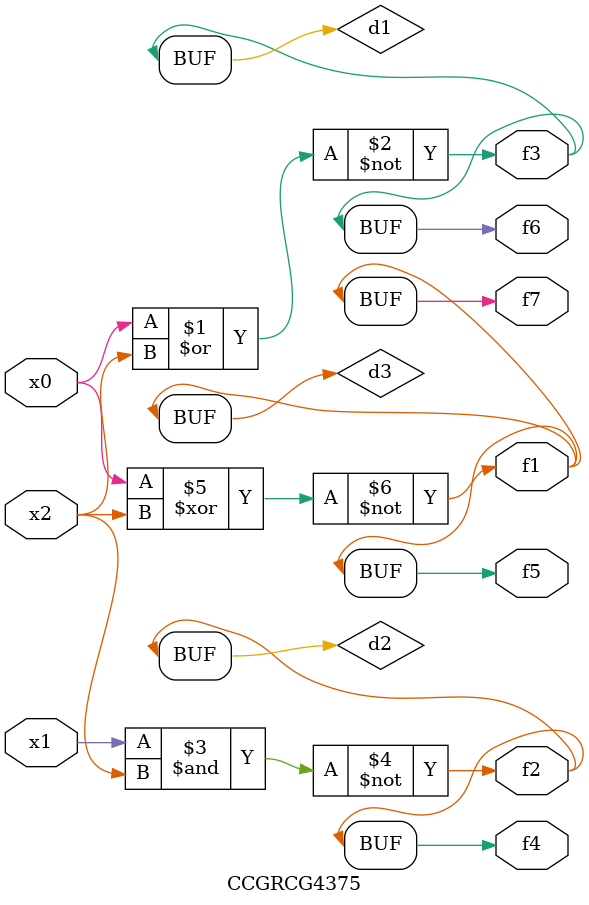
<source format=v>
module CCGRCG4375(
	input x0, x1, x2,
	output f1, f2, f3, f4, f5, f6, f7
);

	wire d1, d2, d3;

	nor (d1, x0, x2);
	nand (d2, x1, x2);
	xnor (d3, x0, x2);
	assign f1 = d3;
	assign f2 = d2;
	assign f3 = d1;
	assign f4 = d2;
	assign f5 = d3;
	assign f6 = d1;
	assign f7 = d3;
endmodule

</source>
